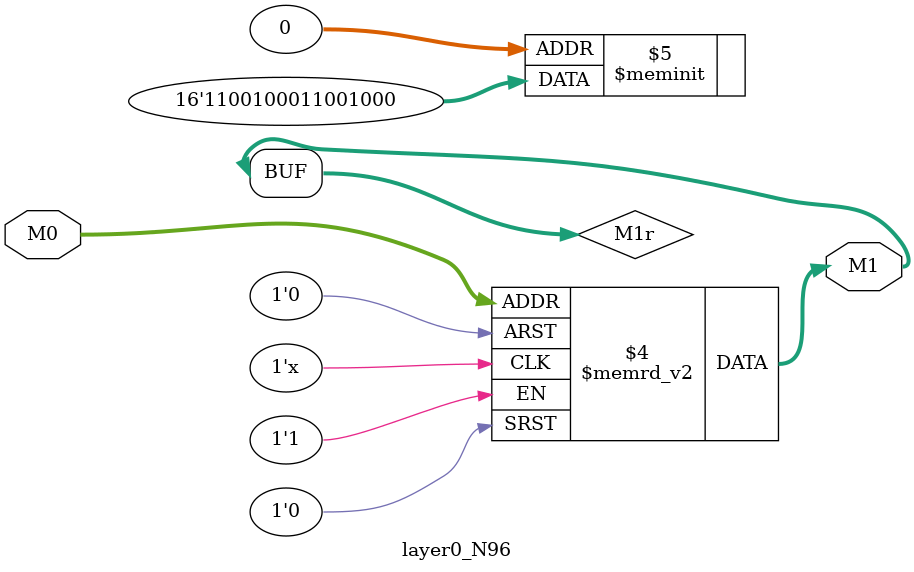
<source format=v>
module layer0_N96 ( input [2:0] M0, output [1:0] M1 );

	(*rom_style = "distributed" *) reg [1:0] M1r;
	assign M1 = M1r;
	always @ (M0) begin
		case (M0)
			3'b000: M1r = 2'b00;
			3'b100: M1r = 2'b00;
			3'b010: M1r = 2'b00;
			3'b110: M1r = 2'b00;
			3'b001: M1r = 2'b10;
			3'b101: M1r = 2'b10;
			3'b011: M1r = 2'b11;
			3'b111: M1r = 2'b11;

		endcase
	end
endmodule

</source>
